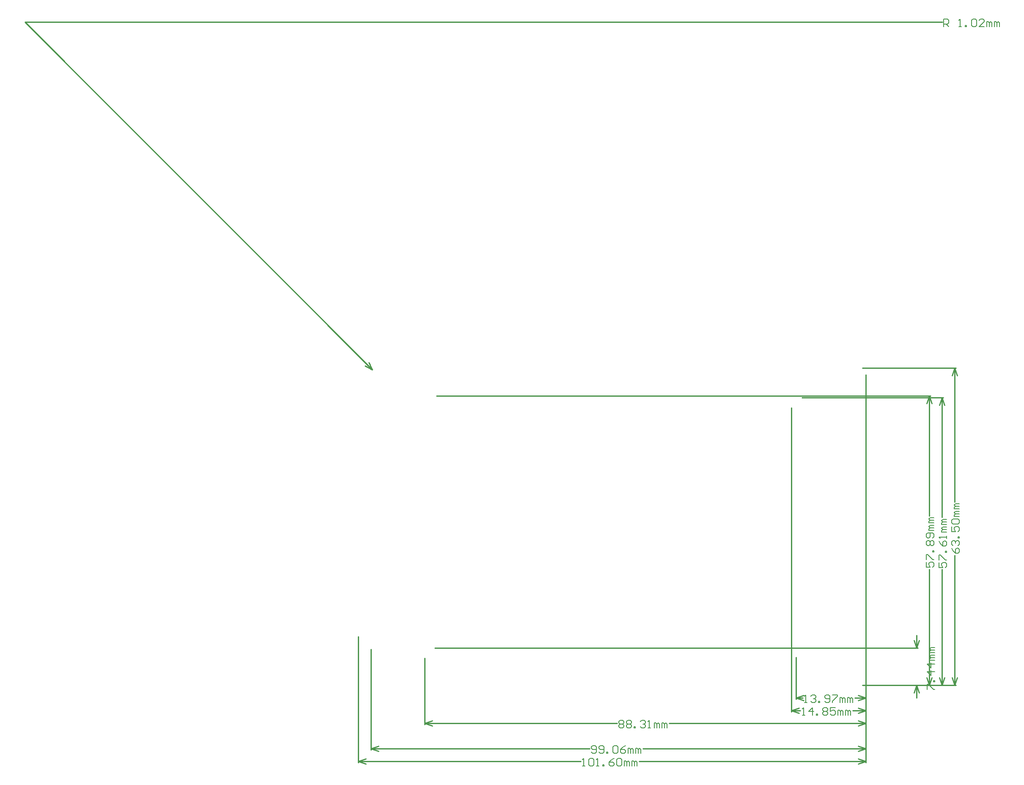
<source format=gbr>
G04*
G04 #@! TF.GenerationSoftware,Altium Limited,Altium Designer,25.0.2 (28)*
G04*
G04 Layer_Color=32768*
%FSLAX24Y24*%
%MOIN*%
G70*
G04*
G04 #@! TF.SameCoordinates,4B7BC283-7035-4C9F-97D5-5998C8FB6373*
G04*
G04*
G04 #@! TF.FilePolarity,Positive*
G04*
G01*
G75*
%ADD12C,0.0060*%
%ADD79C,0.0100*%
D12*
X64982Y78760D02*
Y79360D01*
X65282D01*
X65382Y79260D01*
Y79060D01*
X65282Y78960D01*
X64982D01*
X65182D02*
X65382Y78760D01*
X66182D02*
X66382D01*
X66282D01*
Y79360D01*
X66182Y79260D01*
X66682Y78760D02*
Y78860D01*
X66782D01*
Y78760D01*
X66682D01*
X67181Y79260D02*
X67281Y79360D01*
X67481D01*
X67581Y79260D01*
Y78860D01*
X67481Y78760D01*
X67281D01*
X67181Y78860D01*
Y79260D01*
X68181Y78760D02*
X67781D01*
X68181Y79160D01*
Y79260D01*
X68081Y79360D01*
X67881D01*
X67781Y79260D01*
X68381Y78760D02*
Y79160D01*
X68481D01*
X68581Y79060D01*
Y78760D01*
Y79060D01*
X68681Y79160D01*
X68781Y79060D01*
Y78760D01*
X68981D02*
Y79160D01*
X69081D01*
X69181Y79060D01*
Y78760D01*
Y79060D01*
X69281Y79160D01*
X69381Y79060D01*
Y78760D01*
X64614Y36548D02*
Y36148D01*
X64914D01*
X64814Y36348D01*
Y36448D01*
X64914Y36548D01*
X65114D01*
X65214Y36448D01*
Y36248D01*
X65114Y36148D01*
X64614Y36748D02*
Y37148D01*
X64714D01*
X65114Y36748D01*
X65214D01*
Y37348D02*
X65114D01*
Y37448D01*
X65214D01*
Y37348D01*
X64614Y38248D02*
X64714Y38048D01*
X64914Y37848D01*
X65114D01*
X65214Y37948D01*
Y38148D01*
X65114Y38248D01*
X65014D01*
X64914Y38148D01*
Y37848D01*
X65214Y38448D02*
Y38647D01*
Y38548D01*
X64614D01*
X64714Y38448D01*
X65214Y38947D02*
X64814D01*
Y39047D01*
X64914Y39147D01*
X65214D01*
X64914D01*
X64814Y39247D01*
X64914Y39347D01*
X65214D01*
Y39547D02*
X64814D01*
Y39647D01*
X64914Y39747D01*
X65214D01*
X64914D01*
X64814Y39847D01*
X64914Y39947D01*
X65214D01*
X63614Y36553D02*
Y36153D01*
X63914D01*
X63814Y36353D01*
Y36453D01*
X63914Y36553D01*
X64114D01*
X64214Y36453D01*
Y36253D01*
X64114Y36153D01*
X63614Y36753D02*
Y37153D01*
X63714D01*
X64114Y36753D01*
X64214D01*
Y37353D02*
X64114D01*
Y37453D01*
X64214D01*
Y37353D01*
X63714Y37853D02*
X63614Y37953D01*
Y38153D01*
X63714Y38253D01*
X63814D01*
X63914Y38153D01*
X64014Y38253D01*
X64114D01*
X64214Y38153D01*
Y37953D01*
X64114Y37853D01*
X64014D01*
X63914Y37953D01*
X63814Y37853D01*
X63714D01*
X63914Y37953D02*
Y38153D01*
X64114Y38453D02*
X64214Y38553D01*
Y38753D01*
X64114Y38853D01*
X63714D01*
X63614Y38753D01*
Y38553D01*
X63714Y38453D01*
X63814D01*
X63914Y38553D01*
Y38853D01*
X64214Y39053D02*
X63814D01*
Y39152D01*
X63914Y39252D01*
X64214D01*
X63914D01*
X63814Y39352D01*
X63914Y39452D01*
X64214D01*
Y39652D02*
X63814D01*
Y39752D01*
X63914Y39852D01*
X64214D01*
X63914D01*
X63814Y39952D01*
X63914Y40052D01*
X64214D01*
X63694Y26522D02*
Y26922D01*
X63794D01*
X64194Y26522D01*
X64294D01*
Y27122D02*
X64194D01*
Y27222D01*
X64294D01*
Y27122D01*
Y27922D02*
X63694D01*
X63994Y27622D01*
Y28022D01*
X64294Y28522D02*
X63694D01*
X63994Y28222D01*
Y28622D01*
X64294Y28821D02*
X63894D01*
Y28921D01*
X63994Y29021D01*
X64294D01*
X63994D01*
X63894Y29121D01*
X63994Y29221D01*
X64294D01*
Y29421D02*
X63894D01*
Y29521D01*
X63994Y29621D01*
X64294D01*
X63994D01*
X63894Y29721D01*
X63994Y29821D01*
X64294D01*
X65614Y37659D02*
X65714Y37459D01*
X65914Y37259D01*
X66114D01*
X66214Y37359D01*
Y37559D01*
X66114Y37659D01*
X66014D01*
X65914Y37559D01*
Y37259D01*
X65714Y37859D02*
X65614Y37959D01*
Y38158D01*
X65714Y38258D01*
X65814D01*
X65914Y38158D01*
Y38059D01*
Y38158D01*
X66014Y38258D01*
X66114D01*
X66214Y38158D01*
Y37959D01*
X66114Y37859D01*
X66214Y38458D02*
X66114D01*
Y38558D01*
X66214D01*
Y38458D01*
X65614Y39358D02*
Y38958D01*
X65914D01*
X65814Y39158D01*
Y39258D01*
X65914Y39358D01*
X66114D01*
X66214Y39258D01*
Y39058D01*
X66114Y38958D01*
X65714Y39558D02*
X65614Y39658D01*
Y39858D01*
X65714Y39958D01*
X66114D01*
X66214Y39858D01*
Y39658D01*
X66114Y39558D01*
X65714D01*
X66214Y40158D02*
X65814D01*
Y40258D01*
X65914Y40358D01*
X66214D01*
X65914D01*
X65814Y40458D01*
X65914Y40558D01*
X66214D01*
Y40758D02*
X65814D01*
Y40858D01*
X65914Y40958D01*
X66214D01*
X65914D01*
X65814Y41058D01*
X65914Y41157D01*
X66214D01*
X39411Y24005D02*
X39511Y24105D01*
X39711D01*
X39811Y24005D01*
Y23905D01*
X39711Y23805D01*
X39811Y23705D01*
Y23605D01*
X39711Y23505D01*
X39511D01*
X39411Y23605D01*
Y23705D01*
X39511Y23805D01*
X39411Y23905D01*
Y24005D01*
X39511Y23805D02*
X39711D01*
X40011Y24005D02*
X40111Y24105D01*
X40311D01*
X40411Y24005D01*
Y23905D01*
X40311Y23805D01*
X40411Y23705D01*
Y23605D01*
X40311Y23505D01*
X40111D01*
X40011Y23605D01*
Y23705D01*
X40111Y23805D01*
X40011Y23905D01*
Y24005D01*
X40111Y23805D02*
X40311D01*
X40611Y23505D02*
Y23605D01*
X40711D01*
Y23505D01*
X40611D01*
X41111Y24005D02*
X41211Y24105D01*
X41410D01*
X41510Y24005D01*
Y23905D01*
X41410Y23805D01*
X41310D01*
X41410D01*
X41510Y23705D01*
Y23605D01*
X41410Y23505D01*
X41211D01*
X41111Y23605D01*
X41710Y23505D02*
X41910D01*
X41810D01*
Y24105D01*
X41710Y24005D01*
X42210Y23505D02*
Y23905D01*
X42310D01*
X42410Y23805D01*
Y23505D01*
Y23805D01*
X42510Y23905D01*
X42610Y23805D01*
Y23505D01*
X42810D02*
Y23905D01*
X42910D01*
X43010Y23805D01*
Y23505D01*
Y23805D01*
X43110Y23905D01*
X43210Y23805D01*
Y23505D01*
X53872Y24505D02*
X54072D01*
X53972D01*
Y25105D01*
X53872Y25005D01*
X54671Y24505D02*
Y25105D01*
X54372Y24805D01*
X54771D01*
X54971Y24505D02*
Y24605D01*
X55071D01*
Y24505D01*
X54971D01*
X55471Y25005D02*
X55571Y25105D01*
X55771D01*
X55871Y25005D01*
Y24905D01*
X55771Y24805D01*
X55871Y24705D01*
Y24605D01*
X55771Y24505D01*
X55571D01*
X55471Y24605D01*
Y24705D01*
X55571Y24805D01*
X55471Y24905D01*
Y25005D01*
X55571Y24805D02*
X55771D01*
X56471Y25105D02*
X56071D01*
Y24805D01*
X56271Y24905D01*
X56371D01*
X56471Y24805D01*
Y24605D01*
X56371Y24505D01*
X56171D01*
X56071Y24605D01*
X56671Y24505D02*
Y24905D01*
X56771D01*
X56871Y24805D01*
Y24505D01*
Y24805D01*
X56971Y24905D01*
X57071Y24805D01*
Y24505D01*
X57271D02*
Y24905D01*
X57371D01*
X57471Y24805D01*
Y24505D01*
Y24805D01*
X57571Y24905D01*
X57670Y24805D01*
Y24505D01*
X54045Y25505D02*
X54245D01*
X54145D01*
Y26105D01*
X54045Y26005D01*
X54545D02*
X54645Y26105D01*
X54845D01*
X54945Y26005D01*
Y25905D01*
X54845Y25805D01*
X54745D01*
X54845D01*
X54945Y25705D01*
Y25605D01*
X54845Y25505D01*
X54645D01*
X54545Y25605D01*
X55145Y25505D02*
Y25605D01*
X55245D01*
Y25505D01*
X55145D01*
X55644Y25605D02*
X55744Y25505D01*
X55944D01*
X56044Y25605D01*
Y26005D01*
X55944Y26105D01*
X55744D01*
X55644Y26005D01*
Y25905D01*
X55744Y25805D01*
X56044D01*
X56244Y26105D02*
X56644D01*
Y26005D01*
X56244Y25605D01*
Y25505D01*
X56844D02*
Y25905D01*
X56944D01*
X57044Y25805D01*
Y25505D01*
Y25805D01*
X57144Y25905D01*
X57244Y25805D01*
Y25505D01*
X57444D02*
Y25905D01*
X57544D01*
X57644Y25805D01*
Y25505D01*
Y25805D01*
X57744Y25905D01*
X57844Y25805D01*
Y25505D01*
X36545Y20505D02*
X36745D01*
X36645D01*
Y21105D01*
X36545Y21005D01*
X37045D02*
X37145Y21105D01*
X37345D01*
X37445Y21005D01*
Y20605D01*
X37345Y20505D01*
X37145D01*
X37045Y20605D01*
Y21005D01*
X37645Y20505D02*
X37845D01*
X37745D01*
Y21105D01*
X37645Y21005D01*
X38145Y20505D02*
Y20605D01*
X38244D01*
Y20505D01*
X38145D01*
X39044Y21105D02*
X38844Y21005D01*
X38644Y20805D01*
Y20605D01*
X38744Y20505D01*
X38944D01*
X39044Y20605D01*
Y20705D01*
X38944Y20805D01*
X38644D01*
X39244Y21005D02*
X39344Y21105D01*
X39544D01*
X39644Y21005D01*
Y20605D01*
X39544Y20505D01*
X39344D01*
X39244Y20605D01*
Y21005D01*
X39844Y20505D02*
Y20905D01*
X39944D01*
X40044Y20805D01*
Y20505D01*
Y20805D01*
X40144Y20905D01*
X40244Y20805D01*
Y20505D01*
X40444D02*
Y20905D01*
X40544D01*
X40644Y20805D01*
Y20505D01*
Y20805D01*
X40744Y20905D01*
X40844Y20805D01*
Y20505D01*
X37245Y21605D02*
X37345Y21505D01*
X37545D01*
X37645Y21605D01*
Y22005D01*
X37545Y22105D01*
X37345D01*
X37245Y22005D01*
Y21905D01*
X37345Y21805D01*
X37645D01*
X37845Y21605D02*
X37945Y21505D01*
X38145D01*
X38245Y21605D01*
Y22005D01*
X38145Y22105D01*
X37945D01*
X37845Y22005D01*
Y21905D01*
X37945Y21805D01*
X38245D01*
X38445Y21505D02*
Y21605D01*
X38545D01*
Y21505D01*
X38445D01*
X38944Y22005D02*
X39044Y22105D01*
X39244D01*
X39344Y22005D01*
Y21605D01*
X39244Y21505D01*
X39044D01*
X38944Y21605D01*
Y22005D01*
X39944Y22105D02*
X39744Y22005D01*
X39544Y21805D01*
Y21605D01*
X39644Y21505D01*
X39844D01*
X39944Y21605D01*
Y21705D01*
X39844Y21805D01*
X39544D01*
X40144Y21505D02*
Y21905D01*
X40244D01*
X40344Y21805D01*
Y21505D01*
Y21805D01*
X40444Y21905D01*
X40544Y21805D01*
Y21505D01*
X40744D02*
Y21905D01*
X40844D01*
X40944Y21805D01*
Y21505D01*
Y21805D01*
X41044Y21905D01*
X41144Y21805D01*
Y21505D01*
D79*
X19406Y52034D02*
X19971Y51751D01*
X19689Y52317D02*
X19971Y51751D01*
X-7398Y79120D02*
X19971Y51751D01*
X-7398Y79120D02*
X64882D01*
X64654Y27468D02*
X64854Y26868D01*
X65054Y27468D01*
X64854Y49547D02*
X65054Y48947D01*
X64654D02*
X64854Y49547D01*
Y26868D02*
Y35988D01*
Y40107D02*
Y49547D01*
X58604Y26868D02*
X64954D01*
X53817Y49547D02*
X64954D01*
X63654Y27468D02*
X63854Y26868D01*
X64054Y27468D01*
X63854Y49657D02*
X64054Y49057D01*
X63654D02*
X63854Y49657D01*
Y26868D02*
Y35993D01*
Y40212D02*
Y49657D01*
X58604Y26868D02*
X63954D01*
X25037Y49657D02*
X63954D01*
X62654Y30395D02*
X62854Y29795D01*
X63054Y30395D01*
X62854Y26868D02*
X63054Y26268D01*
X62654D02*
X62854Y26868D01*
Y29795D02*
Y30795D01*
Y25868D02*
Y26868D01*
X58604D02*
X62954D01*
X24895Y29795D02*
X62954D01*
X65654Y27468D02*
X65854Y26868D01*
X66054Y27468D01*
X65854Y51868D02*
X66054Y51268D01*
X65654D02*
X65854Y51868D01*
Y26868D02*
Y37099D01*
Y41318D02*
Y51868D01*
X58604Y26868D02*
X65954D01*
X58604Y51868D02*
X65954D01*
X58254Y23665D02*
X58854Y23865D01*
X58254Y24065D02*
X58854Y23865D01*
X24087D02*
X24687Y24065D01*
X24087Y23865D02*
X24687Y23665D01*
X43370Y23865D02*
X58854D01*
X24087D02*
X39251D01*
X58854Y23765D02*
Y51328D01*
X24087Y23765D02*
Y28987D01*
X58254Y24665D02*
X58854Y24865D01*
X58254Y25065D02*
X58854Y24865D01*
X53008D02*
X53608Y25065D01*
X53008Y24865D02*
X53608Y24665D01*
X57830Y24865D02*
X58854D01*
X53008D02*
X53712D01*
X58854Y24765D02*
Y51328D01*
X53008Y24765D02*
Y48738D01*
X58254Y25665D02*
X58854Y25865D01*
X58254Y26065D02*
X58854Y25865D01*
X53354D02*
X53954Y26065D01*
X53354Y25865D02*
X53954Y25665D01*
X58004Y25865D02*
X58854D01*
X53354D02*
X53885D01*
X58854Y25765D02*
Y51328D01*
X53354Y25765D02*
Y29059D01*
X58254Y20665D02*
X58854Y20865D01*
X58254Y21065D02*
X58854Y20865D01*
X18854D02*
X19454Y21065D01*
X18854Y20865D02*
X19454Y20665D01*
X41004Y20865D02*
X58854D01*
X18854D02*
X36385D01*
X58854Y20765D02*
Y51328D01*
X18854Y20765D02*
Y30718D01*
X58254Y21665D02*
X58854Y21865D01*
X58254Y22065D02*
X58854Y21865D01*
X19854D02*
X20454Y22065D01*
X19854Y21865D02*
X20454Y21665D01*
X41304Y21865D02*
X58854D01*
X19854D02*
X37085D01*
X58854Y21765D02*
Y51328D01*
X19854Y21765D02*
Y29718D01*
M02*

</source>
